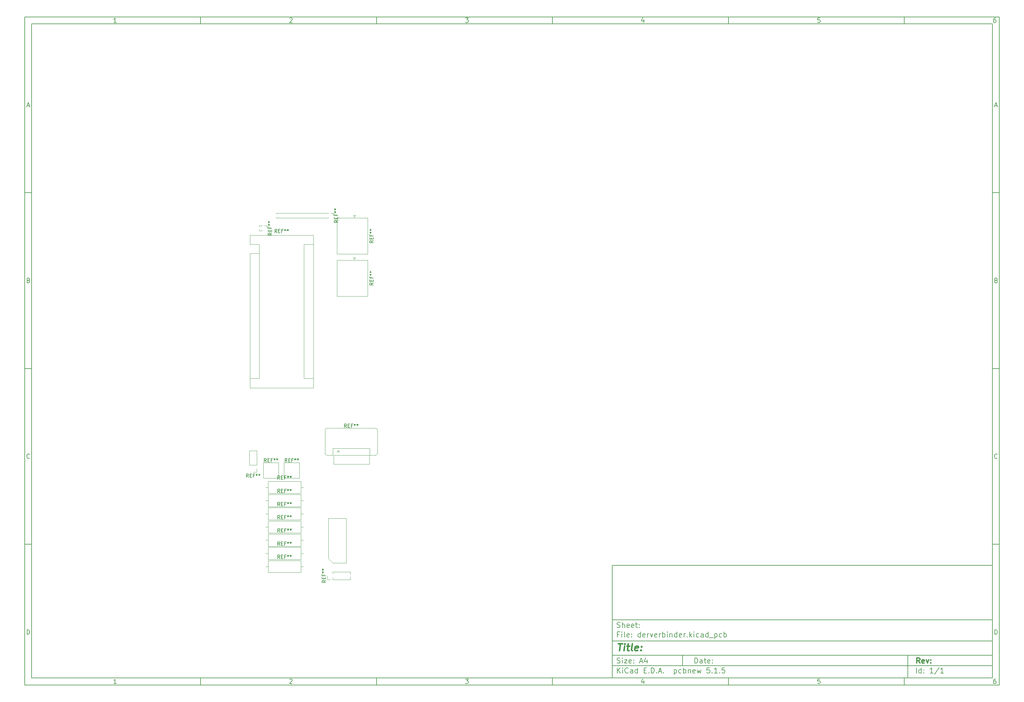
<source format=gbr>
G04 #@! TF.GenerationSoftware,KiCad,Pcbnew,5.1.5*
G04 #@! TF.CreationDate,2019-11-29T13:32:31+01:00*
G04 #@! TF.ProjectId,derverbinder,64657276-6572-4626-996e-6465722e6b69,rev?*
G04 #@! TF.SameCoordinates,Original*
G04 #@! TF.FileFunction,Legend,Top*
G04 #@! TF.FilePolarity,Positive*
%FSLAX46Y46*%
G04 Gerber Fmt 4.6, Leading zero omitted, Abs format (unit mm)*
G04 Created by KiCad (PCBNEW 5.1.5) date 2019-11-29 13:32:31*
%MOMM*%
%LPD*%
G04 APERTURE LIST*
%ADD10C,0.100000*%
%ADD11C,0.150000*%
%ADD12C,0.300000*%
%ADD13C,0.400000*%
%ADD14C,0.120000*%
G04 APERTURE END LIST*
D10*
D11*
X177002200Y-166007200D02*
X177002200Y-198007200D01*
X285002200Y-198007200D01*
X285002200Y-166007200D01*
X177002200Y-166007200D01*
D10*
D11*
X10000000Y-10000000D02*
X10000000Y-200007200D01*
X287002200Y-200007200D01*
X287002200Y-10000000D01*
X10000000Y-10000000D01*
D10*
D11*
X12000000Y-12000000D02*
X12000000Y-198007200D01*
X285002200Y-198007200D01*
X285002200Y-12000000D01*
X12000000Y-12000000D01*
D10*
D11*
X60000000Y-12000000D02*
X60000000Y-10000000D01*
D10*
D11*
X110000000Y-12000000D02*
X110000000Y-10000000D01*
D10*
D11*
X160000000Y-12000000D02*
X160000000Y-10000000D01*
D10*
D11*
X210000000Y-12000000D02*
X210000000Y-10000000D01*
D10*
D11*
X260000000Y-12000000D02*
X260000000Y-10000000D01*
D10*
D11*
X36065476Y-11588095D02*
X35322619Y-11588095D01*
X35694047Y-11588095D02*
X35694047Y-10288095D01*
X35570238Y-10473809D01*
X35446428Y-10597619D01*
X35322619Y-10659523D01*
D10*
D11*
X85322619Y-10411904D02*
X85384523Y-10350000D01*
X85508333Y-10288095D01*
X85817857Y-10288095D01*
X85941666Y-10350000D01*
X86003571Y-10411904D01*
X86065476Y-10535714D01*
X86065476Y-10659523D01*
X86003571Y-10845238D01*
X85260714Y-11588095D01*
X86065476Y-11588095D01*
D10*
D11*
X135260714Y-10288095D02*
X136065476Y-10288095D01*
X135632142Y-10783333D01*
X135817857Y-10783333D01*
X135941666Y-10845238D01*
X136003571Y-10907142D01*
X136065476Y-11030952D01*
X136065476Y-11340476D01*
X136003571Y-11464285D01*
X135941666Y-11526190D01*
X135817857Y-11588095D01*
X135446428Y-11588095D01*
X135322619Y-11526190D01*
X135260714Y-11464285D01*
D10*
D11*
X185941666Y-10721428D02*
X185941666Y-11588095D01*
X185632142Y-10226190D02*
X185322619Y-11154761D01*
X186127380Y-11154761D01*
D10*
D11*
X236003571Y-10288095D02*
X235384523Y-10288095D01*
X235322619Y-10907142D01*
X235384523Y-10845238D01*
X235508333Y-10783333D01*
X235817857Y-10783333D01*
X235941666Y-10845238D01*
X236003571Y-10907142D01*
X236065476Y-11030952D01*
X236065476Y-11340476D01*
X236003571Y-11464285D01*
X235941666Y-11526190D01*
X235817857Y-11588095D01*
X235508333Y-11588095D01*
X235384523Y-11526190D01*
X235322619Y-11464285D01*
D10*
D11*
X285941666Y-10288095D02*
X285694047Y-10288095D01*
X285570238Y-10350000D01*
X285508333Y-10411904D01*
X285384523Y-10597619D01*
X285322619Y-10845238D01*
X285322619Y-11340476D01*
X285384523Y-11464285D01*
X285446428Y-11526190D01*
X285570238Y-11588095D01*
X285817857Y-11588095D01*
X285941666Y-11526190D01*
X286003571Y-11464285D01*
X286065476Y-11340476D01*
X286065476Y-11030952D01*
X286003571Y-10907142D01*
X285941666Y-10845238D01*
X285817857Y-10783333D01*
X285570238Y-10783333D01*
X285446428Y-10845238D01*
X285384523Y-10907142D01*
X285322619Y-11030952D01*
D10*
D11*
X60000000Y-198007200D02*
X60000000Y-200007200D01*
D10*
D11*
X110000000Y-198007200D02*
X110000000Y-200007200D01*
D10*
D11*
X160000000Y-198007200D02*
X160000000Y-200007200D01*
D10*
D11*
X210000000Y-198007200D02*
X210000000Y-200007200D01*
D10*
D11*
X260000000Y-198007200D02*
X260000000Y-200007200D01*
D10*
D11*
X36065476Y-199595295D02*
X35322619Y-199595295D01*
X35694047Y-199595295D02*
X35694047Y-198295295D01*
X35570238Y-198481009D01*
X35446428Y-198604819D01*
X35322619Y-198666723D01*
D10*
D11*
X85322619Y-198419104D02*
X85384523Y-198357200D01*
X85508333Y-198295295D01*
X85817857Y-198295295D01*
X85941666Y-198357200D01*
X86003571Y-198419104D01*
X86065476Y-198542914D01*
X86065476Y-198666723D01*
X86003571Y-198852438D01*
X85260714Y-199595295D01*
X86065476Y-199595295D01*
D10*
D11*
X135260714Y-198295295D02*
X136065476Y-198295295D01*
X135632142Y-198790533D01*
X135817857Y-198790533D01*
X135941666Y-198852438D01*
X136003571Y-198914342D01*
X136065476Y-199038152D01*
X136065476Y-199347676D01*
X136003571Y-199471485D01*
X135941666Y-199533390D01*
X135817857Y-199595295D01*
X135446428Y-199595295D01*
X135322619Y-199533390D01*
X135260714Y-199471485D01*
D10*
D11*
X185941666Y-198728628D02*
X185941666Y-199595295D01*
X185632142Y-198233390D02*
X185322619Y-199161961D01*
X186127380Y-199161961D01*
D10*
D11*
X236003571Y-198295295D02*
X235384523Y-198295295D01*
X235322619Y-198914342D01*
X235384523Y-198852438D01*
X235508333Y-198790533D01*
X235817857Y-198790533D01*
X235941666Y-198852438D01*
X236003571Y-198914342D01*
X236065476Y-199038152D01*
X236065476Y-199347676D01*
X236003571Y-199471485D01*
X235941666Y-199533390D01*
X235817857Y-199595295D01*
X235508333Y-199595295D01*
X235384523Y-199533390D01*
X235322619Y-199471485D01*
D10*
D11*
X285941666Y-198295295D02*
X285694047Y-198295295D01*
X285570238Y-198357200D01*
X285508333Y-198419104D01*
X285384523Y-198604819D01*
X285322619Y-198852438D01*
X285322619Y-199347676D01*
X285384523Y-199471485D01*
X285446428Y-199533390D01*
X285570238Y-199595295D01*
X285817857Y-199595295D01*
X285941666Y-199533390D01*
X286003571Y-199471485D01*
X286065476Y-199347676D01*
X286065476Y-199038152D01*
X286003571Y-198914342D01*
X285941666Y-198852438D01*
X285817857Y-198790533D01*
X285570238Y-198790533D01*
X285446428Y-198852438D01*
X285384523Y-198914342D01*
X285322619Y-199038152D01*
D10*
D11*
X10000000Y-60000000D02*
X12000000Y-60000000D01*
D10*
D11*
X10000000Y-110000000D02*
X12000000Y-110000000D01*
D10*
D11*
X10000000Y-160000000D02*
X12000000Y-160000000D01*
D10*
D11*
X10690476Y-35216666D02*
X11309523Y-35216666D01*
X10566666Y-35588095D02*
X11000000Y-34288095D01*
X11433333Y-35588095D01*
D10*
D11*
X11092857Y-84907142D02*
X11278571Y-84969047D01*
X11340476Y-85030952D01*
X11402380Y-85154761D01*
X11402380Y-85340476D01*
X11340476Y-85464285D01*
X11278571Y-85526190D01*
X11154761Y-85588095D01*
X10659523Y-85588095D01*
X10659523Y-84288095D01*
X11092857Y-84288095D01*
X11216666Y-84350000D01*
X11278571Y-84411904D01*
X11340476Y-84535714D01*
X11340476Y-84659523D01*
X11278571Y-84783333D01*
X11216666Y-84845238D01*
X11092857Y-84907142D01*
X10659523Y-84907142D01*
D10*
D11*
X11402380Y-135464285D02*
X11340476Y-135526190D01*
X11154761Y-135588095D01*
X11030952Y-135588095D01*
X10845238Y-135526190D01*
X10721428Y-135402380D01*
X10659523Y-135278571D01*
X10597619Y-135030952D01*
X10597619Y-134845238D01*
X10659523Y-134597619D01*
X10721428Y-134473809D01*
X10845238Y-134350000D01*
X11030952Y-134288095D01*
X11154761Y-134288095D01*
X11340476Y-134350000D01*
X11402380Y-134411904D01*
D10*
D11*
X10659523Y-185588095D02*
X10659523Y-184288095D01*
X10969047Y-184288095D01*
X11154761Y-184350000D01*
X11278571Y-184473809D01*
X11340476Y-184597619D01*
X11402380Y-184845238D01*
X11402380Y-185030952D01*
X11340476Y-185278571D01*
X11278571Y-185402380D01*
X11154761Y-185526190D01*
X10969047Y-185588095D01*
X10659523Y-185588095D01*
D10*
D11*
X287002200Y-60000000D02*
X285002200Y-60000000D01*
D10*
D11*
X287002200Y-110000000D02*
X285002200Y-110000000D01*
D10*
D11*
X287002200Y-160000000D02*
X285002200Y-160000000D01*
D10*
D11*
X285692676Y-35216666D02*
X286311723Y-35216666D01*
X285568866Y-35588095D02*
X286002200Y-34288095D01*
X286435533Y-35588095D01*
D10*
D11*
X286095057Y-84907142D02*
X286280771Y-84969047D01*
X286342676Y-85030952D01*
X286404580Y-85154761D01*
X286404580Y-85340476D01*
X286342676Y-85464285D01*
X286280771Y-85526190D01*
X286156961Y-85588095D01*
X285661723Y-85588095D01*
X285661723Y-84288095D01*
X286095057Y-84288095D01*
X286218866Y-84350000D01*
X286280771Y-84411904D01*
X286342676Y-84535714D01*
X286342676Y-84659523D01*
X286280771Y-84783333D01*
X286218866Y-84845238D01*
X286095057Y-84907142D01*
X285661723Y-84907142D01*
D10*
D11*
X286404580Y-135464285D02*
X286342676Y-135526190D01*
X286156961Y-135588095D01*
X286033152Y-135588095D01*
X285847438Y-135526190D01*
X285723628Y-135402380D01*
X285661723Y-135278571D01*
X285599819Y-135030952D01*
X285599819Y-134845238D01*
X285661723Y-134597619D01*
X285723628Y-134473809D01*
X285847438Y-134350000D01*
X286033152Y-134288095D01*
X286156961Y-134288095D01*
X286342676Y-134350000D01*
X286404580Y-134411904D01*
D10*
D11*
X285661723Y-185588095D02*
X285661723Y-184288095D01*
X285971247Y-184288095D01*
X286156961Y-184350000D01*
X286280771Y-184473809D01*
X286342676Y-184597619D01*
X286404580Y-184845238D01*
X286404580Y-185030952D01*
X286342676Y-185278571D01*
X286280771Y-185402380D01*
X286156961Y-185526190D01*
X285971247Y-185588095D01*
X285661723Y-185588095D01*
D10*
D11*
X200434342Y-193785771D02*
X200434342Y-192285771D01*
X200791485Y-192285771D01*
X201005771Y-192357200D01*
X201148628Y-192500057D01*
X201220057Y-192642914D01*
X201291485Y-192928628D01*
X201291485Y-193142914D01*
X201220057Y-193428628D01*
X201148628Y-193571485D01*
X201005771Y-193714342D01*
X200791485Y-193785771D01*
X200434342Y-193785771D01*
X202577200Y-193785771D02*
X202577200Y-193000057D01*
X202505771Y-192857200D01*
X202362914Y-192785771D01*
X202077200Y-192785771D01*
X201934342Y-192857200D01*
X202577200Y-193714342D02*
X202434342Y-193785771D01*
X202077200Y-193785771D01*
X201934342Y-193714342D01*
X201862914Y-193571485D01*
X201862914Y-193428628D01*
X201934342Y-193285771D01*
X202077200Y-193214342D01*
X202434342Y-193214342D01*
X202577200Y-193142914D01*
X203077200Y-192785771D02*
X203648628Y-192785771D01*
X203291485Y-192285771D02*
X203291485Y-193571485D01*
X203362914Y-193714342D01*
X203505771Y-193785771D01*
X203648628Y-193785771D01*
X204720057Y-193714342D02*
X204577200Y-193785771D01*
X204291485Y-193785771D01*
X204148628Y-193714342D01*
X204077200Y-193571485D01*
X204077200Y-193000057D01*
X204148628Y-192857200D01*
X204291485Y-192785771D01*
X204577200Y-192785771D01*
X204720057Y-192857200D01*
X204791485Y-193000057D01*
X204791485Y-193142914D01*
X204077200Y-193285771D01*
X205434342Y-193642914D02*
X205505771Y-193714342D01*
X205434342Y-193785771D01*
X205362914Y-193714342D01*
X205434342Y-193642914D01*
X205434342Y-193785771D01*
X205434342Y-192857200D02*
X205505771Y-192928628D01*
X205434342Y-193000057D01*
X205362914Y-192928628D01*
X205434342Y-192857200D01*
X205434342Y-193000057D01*
D10*
D11*
X177002200Y-194507200D02*
X285002200Y-194507200D01*
D10*
D11*
X178434342Y-196585771D02*
X178434342Y-195085771D01*
X179291485Y-196585771D02*
X178648628Y-195728628D01*
X179291485Y-195085771D02*
X178434342Y-195942914D01*
X179934342Y-196585771D02*
X179934342Y-195585771D01*
X179934342Y-195085771D02*
X179862914Y-195157200D01*
X179934342Y-195228628D01*
X180005771Y-195157200D01*
X179934342Y-195085771D01*
X179934342Y-195228628D01*
X181505771Y-196442914D02*
X181434342Y-196514342D01*
X181220057Y-196585771D01*
X181077200Y-196585771D01*
X180862914Y-196514342D01*
X180720057Y-196371485D01*
X180648628Y-196228628D01*
X180577200Y-195942914D01*
X180577200Y-195728628D01*
X180648628Y-195442914D01*
X180720057Y-195300057D01*
X180862914Y-195157200D01*
X181077200Y-195085771D01*
X181220057Y-195085771D01*
X181434342Y-195157200D01*
X181505771Y-195228628D01*
X182791485Y-196585771D02*
X182791485Y-195800057D01*
X182720057Y-195657200D01*
X182577200Y-195585771D01*
X182291485Y-195585771D01*
X182148628Y-195657200D01*
X182791485Y-196514342D02*
X182648628Y-196585771D01*
X182291485Y-196585771D01*
X182148628Y-196514342D01*
X182077200Y-196371485D01*
X182077200Y-196228628D01*
X182148628Y-196085771D01*
X182291485Y-196014342D01*
X182648628Y-196014342D01*
X182791485Y-195942914D01*
X184148628Y-196585771D02*
X184148628Y-195085771D01*
X184148628Y-196514342D02*
X184005771Y-196585771D01*
X183720057Y-196585771D01*
X183577200Y-196514342D01*
X183505771Y-196442914D01*
X183434342Y-196300057D01*
X183434342Y-195871485D01*
X183505771Y-195728628D01*
X183577200Y-195657200D01*
X183720057Y-195585771D01*
X184005771Y-195585771D01*
X184148628Y-195657200D01*
X186005771Y-195800057D02*
X186505771Y-195800057D01*
X186720057Y-196585771D02*
X186005771Y-196585771D01*
X186005771Y-195085771D01*
X186720057Y-195085771D01*
X187362914Y-196442914D02*
X187434342Y-196514342D01*
X187362914Y-196585771D01*
X187291485Y-196514342D01*
X187362914Y-196442914D01*
X187362914Y-196585771D01*
X188077200Y-196585771D02*
X188077200Y-195085771D01*
X188434342Y-195085771D01*
X188648628Y-195157200D01*
X188791485Y-195300057D01*
X188862914Y-195442914D01*
X188934342Y-195728628D01*
X188934342Y-195942914D01*
X188862914Y-196228628D01*
X188791485Y-196371485D01*
X188648628Y-196514342D01*
X188434342Y-196585771D01*
X188077200Y-196585771D01*
X189577200Y-196442914D02*
X189648628Y-196514342D01*
X189577200Y-196585771D01*
X189505771Y-196514342D01*
X189577200Y-196442914D01*
X189577200Y-196585771D01*
X190220057Y-196157200D02*
X190934342Y-196157200D01*
X190077200Y-196585771D02*
X190577200Y-195085771D01*
X191077200Y-196585771D01*
X191577200Y-196442914D02*
X191648628Y-196514342D01*
X191577200Y-196585771D01*
X191505771Y-196514342D01*
X191577200Y-196442914D01*
X191577200Y-196585771D01*
X194577200Y-195585771D02*
X194577200Y-197085771D01*
X194577200Y-195657200D02*
X194720057Y-195585771D01*
X195005771Y-195585771D01*
X195148628Y-195657200D01*
X195220057Y-195728628D01*
X195291485Y-195871485D01*
X195291485Y-196300057D01*
X195220057Y-196442914D01*
X195148628Y-196514342D01*
X195005771Y-196585771D01*
X194720057Y-196585771D01*
X194577200Y-196514342D01*
X196577200Y-196514342D02*
X196434342Y-196585771D01*
X196148628Y-196585771D01*
X196005771Y-196514342D01*
X195934342Y-196442914D01*
X195862914Y-196300057D01*
X195862914Y-195871485D01*
X195934342Y-195728628D01*
X196005771Y-195657200D01*
X196148628Y-195585771D01*
X196434342Y-195585771D01*
X196577200Y-195657200D01*
X197220057Y-196585771D02*
X197220057Y-195085771D01*
X197220057Y-195657200D02*
X197362914Y-195585771D01*
X197648628Y-195585771D01*
X197791485Y-195657200D01*
X197862914Y-195728628D01*
X197934342Y-195871485D01*
X197934342Y-196300057D01*
X197862914Y-196442914D01*
X197791485Y-196514342D01*
X197648628Y-196585771D01*
X197362914Y-196585771D01*
X197220057Y-196514342D01*
X198577200Y-195585771D02*
X198577200Y-196585771D01*
X198577200Y-195728628D02*
X198648628Y-195657200D01*
X198791485Y-195585771D01*
X199005771Y-195585771D01*
X199148628Y-195657200D01*
X199220057Y-195800057D01*
X199220057Y-196585771D01*
X200505771Y-196514342D02*
X200362914Y-196585771D01*
X200077200Y-196585771D01*
X199934342Y-196514342D01*
X199862914Y-196371485D01*
X199862914Y-195800057D01*
X199934342Y-195657200D01*
X200077200Y-195585771D01*
X200362914Y-195585771D01*
X200505771Y-195657200D01*
X200577200Y-195800057D01*
X200577200Y-195942914D01*
X199862914Y-196085771D01*
X201077200Y-195585771D02*
X201362914Y-196585771D01*
X201648628Y-195871485D01*
X201934342Y-196585771D01*
X202220057Y-195585771D01*
X204648628Y-195085771D02*
X203934342Y-195085771D01*
X203862914Y-195800057D01*
X203934342Y-195728628D01*
X204077200Y-195657200D01*
X204434342Y-195657200D01*
X204577200Y-195728628D01*
X204648628Y-195800057D01*
X204720057Y-195942914D01*
X204720057Y-196300057D01*
X204648628Y-196442914D01*
X204577200Y-196514342D01*
X204434342Y-196585771D01*
X204077200Y-196585771D01*
X203934342Y-196514342D01*
X203862914Y-196442914D01*
X205362914Y-196442914D02*
X205434342Y-196514342D01*
X205362914Y-196585771D01*
X205291485Y-196514342D01*
X205362914Y-196442914D01*
X205362914Y-196585771D01*
X206862914Y-196585771D02*
X206005771Y-196585771D01*
X206434342Y-196585771D02*
X206434342Y-195085771D01*
X206291485Y-195300057D01*
X206148628Y-195442914D01*
X206005771Y-195514342D01*
X207505771Y-196442914D02*
X207577200Y-196514342D01*
X207505771Y-196585771D01*
X207434342Y-196514342D01*
X207505771Y-196442914D01*
X207505771Y-196585771D01*
X208934342Y-195085771D02*
X208220057Y-195085771D01*
X208148628Y-195800057D01*
X208220057Y-195728628D01*
X208362914Y-195657200D01*
X208720057Y-195657200D01*
X208862914Y-195728628D01*
X208934342Y-195800057D01*
X209005771Y-195942914D01*
X209005771Y-196300057D01*
X208934342Y-196442914D01*
X208862914Y-196514342D01*
X208720057Y-196585771D01*
X208362914Y-196585771D01*
X208220057Y-196514342D01*
X208148628Y-196442914D01*
D10*
D11*
X177002200Y-191507200D02*
X285002200Y-191507200D01*
D10*
D12*
X264411485Y-193785771D02*
X263911485Y-193071485D01*
X263554342Y-193785771D02*
X263554342Y-192285771D01*
X264125771Y-192285771D01*
X264268628Y-192357200D01*
X264340057Y-192428628D01*
X264411485Y-192571485D01*
X264411485Y-192785771D01*
X264340057Y-192928628D01*
X264268628Y-193000057D01*
X264125771Y-193071485D01*
X263554342Y-193071485D01*
X265625771Y-193714342D02*
X265482914Y-193785771D01*
X265197200Y-193785771D01*
X265054342Y-193714342D01*
X264982914Y-193571485D01*
X264982914Y-193000057D01*
X265054342Y-192857200D01*
X265197200Y-192785771D01*
X265482914Y-192785771D01*
X265625771Y-192857200D01*
X265697200Y-193000057D01*
X265697200Y-193142914D01*
X264982914Y-193285771D01*
X266197200Y-192785771D02*
X266554342Y-193785771D01*
X266911485Y-192785771D01*
X267482914Y-193642914D02*
X267554342Y-193714342D01*
X267482914Y-193785771D01*
X267411485Y-193714342D01*
X267482914Y-193642914D01*
X267482914Y-193785771D01*
X267482914Y-192857200D02*
X267554342Y-192928628D01*
X267482914Y-193000057D01*
X267411485Y-192928628D01*
X267482914Y-192857200D01*
X267482914Y-193000057D01*
D10*
D11*
X178362914Y-193714342D02*
X178577200Y-193785771D01*
X178934342Y-193785771D01*
X179077200Y-193714342D01*
X179148628Y-193642914D01*
X179220057Y-193500057D01*
X179220057Y-193357200D01*
X179148628Y-193214342D01*
X179077200Y-193142914D01*
X178934342Y-193071485D01*
X178648628Y-193000057D01*
X178505771Y-192928628D01*
X178434342Y-192857200D01*
X178362914Y-192714342D01*
X178362914Y-192571485D01*
X178434342Y-192428628D01*
X178505771Y-192357200D01*
X178648628Y-192285771D01*
X179005771Y-192285771D01*
X179220057Y-192357200D01*
X179862914Y-193785771D02*
X179862914Y-192785771D01*
X179862914Y-192285771D02*
X179791485Y-192357200D01*
X179862914Y-192428628D01*
X179934342Y-192357200D01*
X179862914Y-192285771D01*
X179862914Y-192428628D01*
X180434342Y-192785771D02*
X181220057Y-192785771D01*
X180434342Y-193785771D01*
X181220057Y-193785771D01*
X182362914Y-193714342D02*
X182220057Y-193785771D01*
X181934342Y-193785771D01*
X181791485Y-193714342D01*
X181720057Y-193571485D01*
X181720057Y-193000057D01*
X181791485Y-192857200D01*
X181934342Y-192785771D01*
X182220057Y-192785771D01*
X182362914Y-192857200D01*
X182434342Y-193000057D01*
X182434342Y-193142914D01*
X181720057Y-193285771D01*
X183077200Y-193642914D02*
X183148628Y-193714342D01*
X183077200Y-193785771D01*
X183005771Y-193714342D01*
X183077200Y-193642914D01*
X183077200Y-193785771D01*
X183077200Y-192857200D02*
X183148628Y-192928628D01*
X183077200Y-193000057D01*
X183005771Y-192928628D01*
X183077200Y-192857200D01*
X183077200Y-193000057D01*
X184862914Y-193357200D02*
X185577200Y-193357200D01*
X184720057Y-193785771D02*
X185220057Y-192285771D01*
X185720057Y-193785771D01*
X186862914Y-192785771D02*
X186862914Y-193785771D01*
X186505771Y-192214342D02*
X186148628Y-193285771D01*
X187077200Y-193285771D01*
D10*
D11*
X263434342Y-196585771D02*
X263434342Y-195085771D01*
X264791485Y-196585771D02*
X264791485Y-195085771D01*
X264791485Y-196514342D02*
X264648628Y-196585771D01*
X264362914Y-196585771D01*
X264220057Y-196514342D01*
X264148628Y-196442914D01*
X264077200Y-196300057D01*
X264077200Y-195871485D01*
X264148628Y-195728628D01*
X264220057Y-195657200D01*
X264362914Y-195585771D01*
X264648628Y-195585771D01*
X264791485Y-195657200D01*
X265505771Y-196442914D02*
X265577200Y-196514342D01*
X265505771Y-196585771D01*
X265434342Y-196514342D01*
X265505771Y-196442914D01*
X265505771Y-196585771D01*
X265505771Y-195657200D02*
X265577200Y-195728628D01*
X265505771Y-195800057D01*
X265434342Y-195728628D01*
X265505771Y-195657200D01*
X265505771Y-195800057D01*
X268148628Y-196585771D02*
X267291485Y-196585771D01*
X267720057Y-196585771D02*
X267720057Y-195085771D01*
X267577200Y-195300057D01*
X267434342Y-195442914D01*
X267291485Y-195514342D01*
X269862914Y-195014342D02*
X268577200Y-196942914D01*
X271148628Y-196585771D02*
X270291485Y-196585771D01*
X270720057Y-196585771D02*
X270720057Y-195085771D01*
X270577200Y-195300057D01*
X270434342Y-195442914D01*
X270291485Y-195514342D01*
D10*
D11*
X177002200Y-187507200D02*
X285002200Y-187507200D01*
D10*
D13*
X178714580Y-188211961D02*
X179857438Y-188211961D01*
X179036009Y-190211961D02*
X179286009Y-188211961D01*
X180274104Y-190211961D02*
X180440771Y-188878628D01*
X180524104Y-188211961D02*
X180416961Y-188307200D01*
X180500295Y-188402438D01*
X180607438Y-188307200D01*
X180524104Y-188211961D01*
X180500295Y-188402438D01*
X181107438Y-188878628D02*
X181869342Y-188878628D01*
X181476485Y-188211961D02*
X181262200Y-189926247D01*
X181333628Y-190116723D01*
X181512200Y-190211961D01*
X181702676Y-190211961D01*
X182655057Y-190211961D02*
X182476485Y-190116723D01*
X182405057Y-189926247D01*
X182619342Y-188211961D01*
X184190771Y-190116723D02*
X183988390Y-190211961D01*
X183607438Y-190211961D01*
X183428866Y-190116723D01*
X183357438Y-189926247D01*
X183452676Y-189164342D01*
X183571723Y-188973866D01*
X183774104Y-188878628D01*
X184155057Y-188878628D01*
X184333628Y-188973866D01*
X184405057Y-189164342D01*
X184381247Y-189354819D01*
X183405057Y-189545295D01*
X185155057Y-190021485D02*
X185238390Y-190116723D01*
X185131247Y-190211961D01*
X185047914Y-190116723D01*
X185155057Y-190021485D01*
X185131247Y-190211961D01*
X185286009Y-188973866D02*
X185369342Y-189069104D01*
X185262200Y-189164342D01*
X185178866Y-189069104D01*
X185286009Y-188973866D01*
X185262200Y-189164342D01*
D10*
D11*
X178934342Y-185600057D02*
X178434342Y-185600057D01*
X178434342Y-186385771D02*
X178434342Y-184885771D01*
X179148628Y-184885771D01*
X179720057Y-186385771D02*
X179720057Y-185385771D01*
X179720057Y-184885771D02*
X179648628Y-184957200D01*
X179720057Y-185028628D01*
X179791485Y-184957200D01*
X179720057Y-184885771D01*
X179720057Y-185028628D01*
X180648628Y-186385771D02*
X180505771Y-186314342D01*
X180434342Y-186171485D01*
X180434342Y-184885771D01*
X181791485Y-186314342D02*
X181648628Y-186385771D01*
X181362914Y-186385771D01*
X181220057Y-186314342D01*
X181148628Y-186171485D01*
X181148628Y-185600057D01*
X181220057Y-185457200D01*
X181362914Y-185385771D01*
X181648628Y-185385771D01*
X181791485Y-185457200D01*
X181862914Y-185600057D01*
X181862914Y-185742914D01*
X181148628Y-185885771D01*
X182505771Y-186242914D02*
X182577200Y-186314342D01*
X182505771Y-186385771D01*
X182434342Y-186314342D01*
X182505771Y-186242914D01*
X182505771Y-186385771D01*
X182505771Y-185457200D02*
X182577200Y-185528628D01*
X182505771Y-185600057D01*
X182434342Y-185528628D01*
X182505771Y-185457200D01*
X182505771Y-185600057D01*
X185005771Y-186385771D02*
X185005771Y-184885771D01*
X185005771Y-186314342D02*
X184862914Y-186385771D01*
X184577200Y-186385771D01*
X184434342Y-186314342D01*
X184362914Y-186242914D01*
X184291485Y-186100057D01*
X184291485Y-185671485D01*
X184362914Y-185528628D01*
X184434342Y-185457200D01*
X184577200Y-185385771D01*
X184862914Y-185385771D01*
X185005771Y-185457200D01*
X186291485Y-186314342D02*
X186148628Y-186385771D01*
X185862914Y-186385771D01*
X185720057Y-186314342D01*
X185648628Y-186171485D01*
X185648628Y-185600057D01*
X185720057Y-185457200D01*
X185862914Y-185385771D01*
X186148628Y-185385771D01*
X186291485Y-185457200D01*
X186362914Y-185600057D01*
X186362914Y-185742914D01*
X185648628Y-185885771D01*
X187005771Y-186385771D02*
X187005771Y-185385771D01*
X187005771Y-185671485D02*
X187077200Y-185528628D01*
X187148628Y-185457200D01*
X187291485Y-185385771D01*
X187434342Y-185385771D01*
X187791485Y-185385771D02*
X188148628Y-186385771D01*
X188505771Y-185385771D01*
X189648628Y-186314342D02*
X189505771Y-186385771D01*
X189220057Y-186385771D01*
X189077200Y-186314342D01*
X189005771Y-186171485D01*
X189005771Y-185600057D01*
X189077200Y-185457200D01*
X189220057Y-185385771D01*
X189505771Y-185385771D01*
X189648628Y-185457200D01*
X189720057Y-185600057D01*
X189720057Y-185742914D01*
X189005771Y-185885771D01*
X190362914Y-186385771D02*
X190362914Y-185385771D01*
X190362914Y-185671485D02*
X190434342Y-185528628D01*
X190505771Y-185457200D01*
X190648628Y-185385771D01*
X190791485Y-185385771D01*
X191291485Y-186385771D02*
X191291485Y-184885771D01*
X191291485Y-185457200D02*
X191434342Y-185385771D01*
X191720057Y-185385771D01*
X191862914Y-185457200D01*
X191934342Y-185528628D01*
X192005771Y-185671485D01*
X192005771Y-186100057D01*
X191934342Y-186242914D01*
X191862914Y-186314342D01*
X191720057Y-186385771D01*
X191434342Y-186385771D01*
X191291485Y-186314342D01*
X192648628Y-186385771D02*
X192648628Y-185385771D01*
X192648628Y-184885771D02*
X192577200Y-184957200D01*
X192648628Y-185028628D01*
X192720057Y-184957200D01*
X192648628Y-184885771D01*
X192648628Y-185028628D01*
X193362914Y-185385771D02*
X193362914Y-186385771D01*
X193362914Y-185528628D02*
X193434342Y-185457200D01*
X193577200Y-185385771D01*
X193791485Y-185385771D01*
X193934342Y-185457200D01*
X194005771Y-185600057D01*
X194005771Y-186385771D01*
X195362914Y-186385771D02*
X195362914Y-184885771D01*
X195362914Y-186314342D02*
X195220057Y-186385771D01*
X194934342Y-186385771D01*
X194791485Y-186314342D01*
X194720057Y-186242914D01*
X194648628Y-186100057D01*
X194648628Y-185671485D01*
X194720057Y-185528628D01*
X194791485Y-185457200D01*
X194934342Y-185385771D01*
X195220057Y-185385771D01*
X195362914Y-185457200D01*
X196648628Y-186314342D02*
X196505771Y-186385771D01*
X196220057Y-186385771D01*
X196077200Y-186314342D01*
X196005771Y-186171485D01*
X196005771Y-185600057D01*
X196077200Y-185457200D01*
X196220057Y-185385771D01*
X196505771Y-185385771D01*
X196648628Y-185457200D01*
X196720057Y-185600057D01*
X196720057Y-185742914D01*
X196005771Y-185885771D01*
X197362914Y-186385771D02*
X197362914Y-185385771D01*
X197362914Y-185671485D02*
X197434342Y-185528628D01*
X197505771Y-185457200D01*
X197648628Y-185385771D01*
X197791485Y-185385771D01*
X198291485Y-186242914D02*
X198362914Y-186314342D01*
X198291485Y-186385771D01*
X198220057Y-186314342D01*
X198291485Y-186242914D01*
X198291485Y-186385771D01*
X199005771Y-186385771D02*
X199005771Y-184885771D01*
X199148628Y-185814342D02*
X199577200Y-186385771D01*
X199577200Y-185385771D02*
X199005771Y-185957200D01*
X200220057Y-186385771D02*
X200220057Y-185385771D01*
X200220057Y-184885771D02*
X200148628Y-184957200D01*
X200220057Y-185028628D01*
X200291485Y-184957200D01*
X200220057Y-184885771D01*
X200220057Y-185028628D01*
X201577200Y-186314342D02*
X201434342Y-186385771D01*
X201148628Y-186385771D01*
X201005771Y-186314342D01*
X200934342Y-186242914D01*
X200862914Y-186100057D01*
X200862914Y-185671485D01*
X200934342Y-185528628D01*
X201005771Y-185457200D01*
X201148628Y-185385771D01*
X201434342Y-185385771D01*
X201577200Y-185457200D01*
X202862914Y-186385771D02*
X202862914Y-185600057D01*
X202791485Y-185457200D01*
X202648628Y-185385771D01*
X202362914Y-185385771D01*
X202220057Y-185457200D01*
X202862914Y-186314342D02*
X202720057Y-186385771D01*
X202362914Y-186385771D01*
X202220057Y-186314342D01*
X202148628Y-186171485D01*
X202148628Y-186028628D01*
X202220057Y-185885771D01*
X202362914Y-185814342D01*
X202720057Y-185814342D01*
X202862914Y-185742914D01*
X204220057Y-186385771D02*
X204220057Y-184885771D01*
X204220057Y-186314342D02*
X204077200Y-186385771D01*
X203791485Y-186385771D01*
X203648628Y-186314342D01*
X203577200Y-186242914D01*
X203505771Y-186100057D01*
X203505771Y-185671485D01*
X203577200Y-185528628D01*
X203648628Y-185457200D01*
X203791485Y-185385771D01*
X204077200Y-185385771D01*
X204220057Y-185457200D01*
X204577200Y-186528628D02*
X205720057Y-186528628D01*
X206077200Y-185385771D02*
X206077200Y-186885771D01*
X206077200Y-185457200D02*
X206220057Y-185385771D01*
X206505771Y-185385771D01*
X206648628Y-185457200D01*
X206720057Y-185528628D01*
X206791485Y-185671485D01*
X206791485Y-186100057D01*
X206720057Y-186242914D01*
X206648628Y-186314342D01*
X206505771Y-186385771D01*
X206220057Y-186385771D01*
X206077200Y-186314342D01*
X208077200Y-186314342D02*
X207934342Y-186385771D01*
X207648628Y-186385771D01*
X207505771Y-186314342D01*
X207434342Y-186242914D01*
X207362914Y-186100057D01*
X207362914Y-185671485D01*
X207434342Y-185528628D01*
X207505771Y-185457200D01*
X207648628Y-185385771D01*
X207934342Y-185385771D01*
X208077200Y-185457200D01*
X208720057Y-186385771D02*
X208720057Y-184885771D01*
X208720057Y-185457200D02*
X208862914Y-185385771D01*
X209148628Y-185385771D01*
X209291485Y-185457200D01*
X209362914Y-185528628D01*
X209434342Y-185671485D01*
X209434342Y-186100057D01*
X209362914Y-186242914D01*
X209291485Y-186314342D01*
X209148628Y-186385771D01*
X208862914Y-186385771D01*
X208720057Y-186314342D01*
D10*
D11*
X177002200Y-181507200D02*
X285002200Y-181507200D01*
D10*
D11*
X178362914Y-183614342D02*
X178577200Y-183685771D01*
X178934342Y-183685771D01*
X179077200Y-183614342D01*
X179148628Y-183542914D01*
X179220057Y-183400057D01*
X179220057Y-183257200D01*
X179148628Y-183114342D01*
X179077200Y-183042914D01*
X178934342Y-182971485D01*
X178648628Y-182900057D01*
X178505771Y-182828628D01*
X178434342Y-182757200D01*
X178362914Y-182614342D01*
X178362914Y-182471485D01*
X178434342Y-182328628D01*
X178505771Y-182257200D01*
X178648628Y-182185771D01*
X179005771Y-182185771D01*
X179220057Y-182257200D01*
X179862914Y-183685771D02*
X179862914Y-182185771D01*
X180505771Y-183685771D02*
X180505771Y-182900057D01*
X180434342Y-182757200D01*
X180291485Y-182685771D01*
X180077200Y-182685771D01*
X179934342Y-182757200D01*
X179862914Y-182828628D01*
X181791485Y-183614342D02*
X181648628Y-183685771D01*
X181362914Y-183685771D01*
X181220057Y-183614342D01*
X181148628Y-183471485D01*
X181148628Y-182900057D01*
X181220057Y-182757200D01*
X181362914Y-182685771D01*
X181648628Y-182685771D01*
X181791485Y-182757200D01*
X181862914Y-182900057D01*
X181862914Y-183042914D01*
X181148628Y-183185771D01*
X183077200Y-183614342D02*
X182934342Y-183685771D01*
X182648628Y-183685771D01*
X182505771Y-183614342D01*
X182434342Y-183471485D01*
X182434342Y-182900057D01*
X182505771Y-182757200D01*
X182648628Y-182685771D01*
X182934342Y-182685771D01*
X183077200Y-182757200D01*
X183148628Y-182900057D01*
X183148628Y-183042914D01*
X182434342Y-183185771D01*
X183577200Y-182685771D02*
X184148628Y-182685771D01*
X183791485Y-182185771D02*
X183791485Y-183471485D01*
X183862914Y-183614342D01*
X184005771Y-183685771D01*
X184148628Y-183685771D01*
X184648628Y-183542914D02*
X184720057Y-183614342D01*
X184648628Y-183685771D01*
X184577200Y-183614342D01*
X184648628Y-183542914D01*
X184648628Y-183685771D01*
X184648628Y-182757200D02*
X184720057Y-182828628D01*
X184648628Y-182900057D01*
X184577200Y-182828628D01*
X184648628Y-182757200D01*
X184648628Y-182900057D01*
D10*
D11*
X197002200Y-191507200D02*
X197002200Y-194507200D01*
D10*
D11*
X261002200Y-191507200D02*
X261002200Y-198007200D01*
D14*
X97790000Y-134620000D02*
X97790000Y-137160000D01*
X107950000Y-134620000D02*
X97790000Y-134620000D01*
X107950000Y-137160000D02*
X107950000Y-134620000D01*
X97790000Y-137160000D02*
X107950000Y-137160000D01*
X75990000Y-139490000D02*
X74930000Y-139490000D01*
X75990000Y-138430000D02*
X75990000Y-139490000D01*
X75990000Y-137430000D02*
X73870000Y-137430000D01*
X73870000Y-137430000D02*
X73870000Y-133370000D01*
X75990000Y-137430000D02*
X75990000Y-133370000D01*
X75990000Y-133370000D02*
X73870000Y-133370000D01*
X98760000Y-133710000D02*
X99360000Y-133710000D01*
X99060000Y-133210000D02*
X98760000Y-133710000D01*
X99360000Y-133710000D02*
X99060000Y-133210000D01*
X97570000Y-132670000D02*
X108050000Y-132670000D01*
X108050000Y-134670000D02*
X108050000Y-132670000D01*
X109660000Y-134670000D02*
X108050000Y-134670000D01*
X97570000Y-134670000D02*
X97570000Y-132670000D01*
X95960000Y-134670000D02*
X97570000Y-134670000D01*
X110270000Y-127560000D02*
X110270000Y-134060000D01*
X95350000Y-127560000D02*
X95350000Y-134060000D01*
X95960000Y-126950000D02*
X109660000Y-126950000D01*
X109660000Y-134670000D02*
G75*
G03X110270000Y-134060000I0J610000D01*
G01*
X95350000Y-134060000D02*
G75*
G03X95960000Y-134670000I610000J0D01*
G01*
X110270000Y-127560000D02*
G75*
G03X109660000Y-126950000I-610000J0D01*
G01*
X95960000Y-126950000D02*
G75*
G03X95350000Y-127560000I0J-610000D01*
G01*
X79230000Y-164580000D02*
X79230000Y-168020000D01*
X79230000Y-168020000D02*
X88470000Y-168020000D01*
X88470000Y-168020000D02*
X88470000Y-164580000D01*
X88470000Y-164580000D02*
X79230000Y-164580000D01*
X78540000Y-166300000D02*
X79230000Y-166300000D01*
X89160000Y-166300000D02*
X88470000Y-166300000D01*
X79230000Y-160830000D02*
X79230000Y-164270000D01*
X79230000Y-164270000D02*
X88470000Y-164270000D01*
X88470000Y-164270000D02*
X88470000Y-160830000D01*
X88470000Y-160830000D02*
X79230000Y-160830000D01*
X78540000Y-162550000D02*
X79230000Y-162550000D01*
X89160000Y-162550000D02*
X88470000Y-162550000D01*
X79230000Y-157080000D02*
X79230000Y-160520000D01*
X79230000Y-160520000D02*
X88470000Y-160520000D01*
X88470000Y-160520000D02*
X88470000Y-157080000D01*
X88470000Y-157080000D02*
X79230000Y-157080000D01*
X78540000Y-158800000D02*
X79230000Y-158800000D01*
X89160000Y-158800000D02*
X88470000Y-158800000D01*
X79230000Y-153330000D02*
X79230000Y-156770000D01*
X79230000Y-156770000D02*
X88470000Y-156770000D01*
X88470000Y-156770000D02*
X88470000Y-153330000D01*
X88470000Y-153330000D02*
X79230000Y-153330000D01*
X78540000Y-155050000D02*
X79230000Y-155050000D01*
X89160000Y-155050000D02*
X88470000Y-155050000D01*
X79230000Y-149580000D02*
X79230000Y-153020000D01*
X79230000Y-153020000D02*
X88470000Y-153020000D01*
X88470000Y-153020000D02*
X88470000Y-149580000D01*
X88470000Y-149580000D02*
X79230000Y-149580000D01*
X78540000Y-151300000D02*
X79230000Y-151300000D01*
X89160000Y-151300000D02*
X88470000Y-151300000D01*
X79230000Y-145830000D02*
X79230000Y-149270000D01*
X79230000Y-149270000D02*
X88470000Y-149270000D01*
X88470000Y-149270000D02*
X88470000Y-145830000D01*
X88470000Y-145830000D02*
X79230000Y-145830000D01*
X78540000Y-147550000D02*
X79230000Y-147550000D01*
X89160000Y-147550000D02*
X88470000Y-147550000D01*
X89160000Y-143800000D02*
X88470000Y-143800000D01*
X78540000Y-143800000D02*
X79230000Y-143800000D01*
X88470000Y-142080000D02*
X79230000Y-142080000D01*
X88470000Y-145520000D02*
X88470000Y-142080000D01*
X79230000Y-145520000D02*
X88470000Y-145520000D01*
X79230000Y-142080000D02*
X79230000Y-145520000D01*
X83700000Y-136800000D02*
X88100000Y-136800000D01*
X88100000Y-136800000D02*
X88100000Y-141200000D01*
X88100000Y-141200000D02*
X83700000Y-141200000D01*
X83700000Y-141200000D02*
X83700000Y-136800000D01*
X77800000Y-136800000D02*
X82200000Y-136800000D01*
X82200000Y-136800000D02*
X82200000Y-141200000D01*
X82200000Y-141200000D02*
X77800000Y-141200000D01*
X77800000Y-141200000D02*
X77800000Y-136800000D01*
X92040000Y-72060000D02*
X74000000Y-72060000D01*
X92040000Y-115500000D02*
X92040000Y-72060000D01*
X74000000Y-115500000D02*
X92040000Y-115500000D01*
X76670000Y-112830000D02*
X74000000Y-112830000D01*
X76670000Y-77270000D02*
X76670000Y-112830000D01*
X76670000Y-77270000D02*
X74000000Y-77270000D01*
X89370000Y-112830000D02*
X92040000Y-112830000D01*
X89370000Y-74730000D02*
X89370000Y-112830000D01*
X89370000Y-74730000D02*
X92040000Y-74730000D01*
X74000000Y-72060000D02*
X74000000Y-74730000D01*
X74000000Y-77270000D02*
X74000000Y-115500000D01*
X76670000Y-74730000D02*
X74000000Y-74730000D01*
X76670000Y-77270000D02*
X76670000Y-74730000D01*
X107510000Y-79190000D02*
X98790000Y-79190000D01*
X98790000Y-79190000D02*
X98790000Y-89410000D01*
X98790000Y-89410000D02*
X107510000Y-89410000D01*
X107510000Y-89410000D02*
X107510000Y-79190000D01*
X103700000Y-78990000D02*
X103400000Y-78390000D01*
X103400000Y-78390000D02*
X104000000Y-78390000D01*
X104000000Y-78390000D02*
X103700000Y-78990000D01*
X104000000Y-66390000D02*
X103700000Y-66990000D01*
X103400000Y-66390000D02*
X104000000Y-66390000D01*
X103700000Y-66990000D02*
X103400000Y-66390000D01*
X107510000Y-77410000D02*
X107510000Y-67190000D01*
X98790000Y-77410000D02*
X107510000Y-77410000D01*
X98790000Y-67190000D02*
X98790000Y-77410000D01*
X107510000Y-67190000D02*
X98790000Y-67190000D01*
X97685000Y-65805000D02*
X97685000Y-66500000D01*
X97000000Y-65805000D02*
X97685000Y-65805000D01*
X96315000Y-67108276D02*
X96315000Y-67195000D01*
X96315000Y-65805000D02*
X96315000Y-65891724D01*
X96315000Y-67195000D02*
X81440000Y-67195000D01*
X96315000Y-65805000D02*
X81440000Y-65805000D01*
X81440000Y-66894493D02*
X81440000Y-67195000D01*
X81440000Y-65805000D02*
X81440000Y-66105507D01*
X78885000Y-69405000D02*
X78885000Y-70100000D01*
X78200000Y-69405000D02*
X78885000Y-69405000D01*
X77515000Y-70708276D02*
X77515000Y-70795000D01*
X77515000Y-69405000D02*
X77515000Y-69491724D01*
X77515000Y-70795000D02*
X76640000Y-70795000D01*
X77515000Y-69405000D02*
X76640000Y-69405000D01*
X76640000Y-70494493D02*
X76640000Y-70795000D01*
X76640000Y-69405000D02*
X76640000Y-69705507D01*
X96030000Y-170020000D02*
X96030000Y-168910000D01*
X96790000Y-170020000D02*
X96030000Y-170020000D01*
X97550000Y-168346529D02*
X97550000Y-167800000D01*
X97550000Y-170020000D02*
X97550000Y-169473471D01*
X97550000Y-167800000D02*
X102565000Y-167800000D01*
X97550000Y-170020000D02*
X102565000Y-170020000D01*
X102565000Y-168602470D02*
X102565000Y-167800000D01*
X102565000Y-170020000D02*
X102565000Y-169217530D01*
X101370000Y-152610000D02*
X96290000Y-152610000D01*
X96290000Y-152610000D02*
X96290000Y-164040000D01*
X96290000Y-164040000D02*
X97560000Y-165310000D01*
X97560000Y-165310000D02*
X101370000Y-165310000D01*
X101370000Y-165310000D02*
X101370000Y-152610000D01*
D11*
X73596666Y-140942380D02*
X73263333Y-140466190D01*
X73025238Y-140942380D02*
X73025238Y-139942380D01*
X73406190Y-139942380D01*
X73501428Y-139990000D01*
X73549047Y-140037619D01*
X73596666Y-140132857D01*
X73596666Y-140275714D01*
X73549047Y-140370952D01*
X73501428Y-140418571D01*
X73406190Y-140466190D01*
X73025238Y-140466190D01*
X74025238Y-140418571D02*
X74358571Y-140418571D01*
X74501428Y-140942380D02*
X74025238Y-140942380D01*
X74025238Y-139942380D01*
X74501428Y-139942380D01*
X75263333Y-140418571D02*
X74930000Y-140418571D01*
X74930000Y-140942380D02*
X74930000Y-139942380D01*
X75406190Y-139942380D01*
X75930000Y-139942380D02*
X75930000Y-140180476D01*
X75691904Y-140085238D02*
X75930000Y-140180476D01*
X76168095Y-140085238D01*
X75787142Y-140370952D02*
X75930000Y-140180476D01*
X76072857Y-140370952D01*
X76691904Y-139942380D02*
X76691904Y-140180476D01*
X76453809Y-140085238D02*
X76691904Y-140180476D01*
X76930000Y-140085238D01*
X76549047Y-140370952D02*
X76691904Y-140180476D01*
X76834761Y-140370952D01*
X101476666Y-126762380D02*
X101143333Y-126286190D01*
X100905238Y-126762380D02*
X100905238Y-125762380D01*
X101286190Y-125762380D01*
X101381428Y-125810000D01*
X101429047Y-125857619D01*
X101476666Y-125952857D01*
X101476666Y-126095714D01*
X101429047Y-126190952D01*
X101381428Y-126238571D01*
X101286190Y-126286190D01*
X100905238Y-126286190D01*
X101905238Y-126238571D02*
X102238571Y-126238571D01*
X102381428Y-126762380D02*
X101905238Y-126762380D01*
X101905238Y-125762380D01*
X102381428Y-125762380D01*
X103143333Y-126238571D02*
X102810000Y-126238571D01*
X102810000Y-126762380D02*
X102810000Y-125762380D01*
X103286190Y-125762380D01*
X103810000Y-125762380D02*
X103810000Y-126000476D01*
X103571904Y-125905238D02*
X103810000Y-126000476D01*
X104048095Y-125905238D01*
X103667142Y-126190952D02*
X103810000Y-126000476D01*
X103952857Y-126190952D01*
X104571904Y-125762380D02*
X104571904Y-126000476D01*
X104333809Y-125905238D02*
X104571904Y-126000476D01*
X104810000Y-125905238D01*
X104429047Y-126190952D02*
X104571904Y-126000476D01*
X104714761Y-126190952D01*
X82516666Y-164032380D02*
X82183333Y-163556190D01*
X81945238Y-164032380D02*
X81945238Y-163032380D01*
X82326190Y-163032380D01*
X82421428Y-163080000D01*
X82469047Y-163127619D01*
X82516666Y-163222857D01*
X82516666Y-163365714D01*
X82469047Y-163460952D01*
X82421428Y-163508571D01*
X82326190Y-163556190D01*
X81945238Y-163556190D01*
X82945238Y-163508571D02*
X83278571Y-163508571D01*
X83421428Y-164032380D02*
X82945238Y-164032380D01*
X82945238Y-163032380D01*
X83421428Y-163032380D01*
X84183333Y-163508571D02*
X83850000Y-163508571D01*
X83850000Y-164032380D02*
X83850000Y-163032380D01*
X84326190Y-163032380D01*
X84850000Y-163032380D02*
X84850000Y-163270476D01*
X84611904Y-163175238D02*
X84850000Y-163270476D01*
X85088095Y-163175238D01*
X84707142Y-163460952D02*
X84850000Y-163270476D01*
X84992857Y-163460952D01*
X85611904Y-163032380D02*
X85611904Y-163270476D01*
X85373809Y-163175238D02*
X85611904Y-163270476D01*
X85850000Y-163175238D01*
X85469047Y-163460952D02*
X85611904Y-163270476D01*
X85754761Y-163460952D01*
X82516666Y-160282380D02*
X82183333Y-159806190D01*
X81945238Y-160282380D02*
X81945238Y-159282380D01*
X82326190Y-159282380D01*
X82421428Y-159330000D01*
X82469047Y-159377619D01*
X82516666Y-159472857D01*
X82516666Y-159615714D01*
X82469047Y-159710952D01*
X82421428Y-159758571D01*
X82326190Y-159806190D01*
X81945238Y-159806190D01*
X82945238Y-159758571D02*
X83278571Y-159758571D01*
X83421428Y-160282380D02*
X82945238Y-160282380D01*
X82945238Y-159282380D01*
X83421428Y-159282380D01*
X84183333Y-159758571D02*
X83850000Y-159758571D01*
X83850000Y-160282380D02*
X83850000Y-159282380D01*
X84326190Y-159282380D01*
X84850000Y-159282380D02*
X84850000Y-159520476D01*
X84611904Y-159425238D02*
X84850000Y-159520476D01*
X85088095Y-159425238D01*
X84707142Y-159710952D02*
X84850000Y-159520476D01*
X84992857Y-159710952D01*
X85611904Y-159282380D02*
X85611904Y-159520476D01*
X85373809Y-159425238D02*
X85611904Y-159520476D01*
X85850000Y-159425238D01*
X85469047Y-159710952D02*
X85611904Y-159520476D01*
X85754761Y-159710952D01*
X82516666Y-156532380D02*
X82183333Y-156056190D01*
X81945238Y-156532380D02*
X81945238Y-155532380D01*
X82326190Y-155532380D01*
X82421428Y-155580000D01*
X82469047Y-155627619D01*
X82516666Y-155722857D01*
X82516666Y-155865714D01*
X82469047Y-155960952D01*
X82421428Y-156008571D01*
X82326190Y-156056190D01*
X81945238Y-156056190D01*
X82945238Y-156008571D02*
X83278571Y-156008571D01*
X83421428Y-156532380D02*
X82945238Y-156532380D01*
X82945238Y-155532380D01*
X83421428Y-155532380D01*
X84183333Y-156008571D02*
X83850000Y-156008571D01*
X83850000Y-156532380D02*
X83850000Y-155532380D01*
X84326190Y-155532380D01*
X84850000Y-155532380D02*
X84850000Y-155770476D01*
X84611904Y-155675238D02*
X84850000Y-155770476D01*
X85088095Y-155675238D01*
X84707142Y-155960952D02*
X84850000Y-155770476D01*
X84992857Y-155960952D01*
X85611904Y-155532380D02*
X85611904Y-155770476D01*
X85373809Y-155675238D02*
X85611904Y-155770476D01*
X85850000Y-155675238D01*
X85469047Y-155960952D02*
X85611904Y-155770476D01*
X85754761Y-155960952D01*
X82516666Y-152782380D02*
X82183333Y-152306190D01*
X81945238Y-152782380D02*
X81945238Y-151782380D01*
X82326190Y-151782380D01*
X82421428Y-151830000D01*
X82469047Y-151877619D01*
X82516666Y-151972857D01*
X82516666Y-152115714D01*
X82469047Y-152210952D01*
X82421428Y-152258571D01*
X82326190Y-152306190D01*
X81945238Y-152306190D01*
X82945238Y-152258571D02*
X83278571Y-152258571D01*
X83421428Y-152782380D02*
X82945238Y-152782380D01*
X82945238Y-151782380D01*
X83421428Y-151782380D01*
X84183333Y-152258571D02*
X83850000Y-152258571D01*
X83850000Y-152782380D02*
X83850000Y-151782380D01*
X84326190Y-151782380D01*
X84850000Y-151782380D02*
X84850000Y-152020476D01*
X84611904Y-151925238D02*
X84850000Y-152020476D01*
X85088095Y-151925238D01*
X84707142Y-152210952D02*
X84850000Y-152020476D01*
X84992857Y-152210952D01*
X85611904Y-151782380D02*
X85611904Y-152020476D01*
X85373809Y-151925238D02*
X85611904Y-152020476D01*
X85850000Y-151925238D01*
X85469047Y-152210952D02*
X85611904Y-152020476D01*
X85754761Y-152210952D01*
X82516666Y-149032380D02*
X82183333Y-148556190D01*
X81945238Y-149032380D02*
X81945238Y-148032380D01*
X82326190Y-148032380D01*
X82421428Y-148080000D01*
X82469047Y-148127619D01*
X82516666Y-148222857D01*
X82516666Y-148365714D01*
X82469047Y-148460952D01*
X82421428Y-148508571D01*
X82326190Y-148556190D01*
X81945238Y-148556190D01*
X82945238Y-148508571D02*
X83278571Y-148508571D01*
X83421428Y-149032380D02*
X82945238Y-149032380D01*
X82945238Y-148032380D01*
X83421428Y-148032380D01*
X84183333Y-148508571D02*
X83850000Y-148508571D01*
X83850000Y-149032380D02*
X83850000Y-148032380D01*
X84326190Y-148032380D01*
X84850000Y-148032380D02*
X84850000Y-148270476D01*
X84611904Y-148175238D02*
X84850000Y-148270476D01*
X85088095Y-148175238D01*
X84707142Y-148460952D02*
X84850000Y-148270476D01*
X84992857Y-148460952D01*
X85611904Y-148032380D02*
X85611904Y-148270476D01*
X85373809Y-148175238D02*
X85611904Y-148270476D01*
X85850000Y-148175238D01*
X85469047Y-148460952D02*
X85611904Y-148270476D01*
X85754761Y-148460952D01*
X82516666Y-145282380D02*
X82183333Y-144806190D01*
X81945238Y-145282380D02*
X81945238Y-144282380D01*
X82326190Y-144282380D01*
X82421428Y-144330000D01*
X82469047Y-144377619D01*
X82516666Y-144472857D01*
X82516666Y-144615714D01*
X82469047Y-144710952D01*
X82421428Y-144758571D01*
X82326190Y-144806190D01*
X81945238Y-144806190D01*
X82945238Y-144758571D02*
X83278571Y-144758571D01*
X83421428Y-145282380D02*
X82945238Y-145282380D01*
X82945238Y-144282380D01*
X83421428Y-144282380D01*
X84183333Y-144758571D02*
X83850000Y-144758571D01*
X83850000Y-145282380D02*
X83850000Y-144282380D01*
X84326190Y-144282380D01*
X84850000Y-144282380D02*
X84850000Y-144520476D01*
X84611904Y-144425238D02*
X84850000Y-144520476D01*
X85088095Y-144425238D01*
X84707142Y-144710952D02*
X84850000Y-144520476D01*
X84992857Y-144710952D01*
X85611904Y-144282380D02*
X85611904Y-144520476D01*
X85373809Y-144425238D02*
X85611904Y-144520476D01*
X85850000Y-144425238D01*
X85469047Y-144710952D02*
X85611904Y-144520476D01*
X85754761Y-144710952D01*
X82516666Y-141532380D02*
X82183333Y-141056190D01*
X81945238Y-141532380D02*
X81945238Y-140532380D01*
X82326190Y-140532380D01*
X82421428Y-140580000D01*
X82469047Y-140627619D01*
X82516666Y-140722857D01*
X82516666Y-140865714D01*
X82469047Y-140960952D01*
X82421428Y-141008571D01*
X82326190Y-141056190D01*
X81945238Y-141056190D01*
X82945238Y-141008571D02*
X83278571Y-141008571D01*
X83421428Y-141532380D02*
X82945238Y-141532380D01*
X82945238Y-140532380D01*
X83421428Y-140532380D01*
X84183333Y-141008571D02*
X83850000Y-141008571D01*
X83850000Y-141532380D02*
X83850000Y-140532380D01*
X84326190Y-140532380D01*
X84850000Y-140532380D02*
X84850000Y-140770476D01*
X84611904Y-140675238D02*
X84850000Y-140770476D01*
X85088095Y-140675238D01*
X84707142Y-140960952D02*
X84850000Y-140770476D01*
X84992857Y-140960952D01*
X85611904Y-140532380D02*
X85611904Y-140770476D01*
X85373809Y-140675238D02*
X85611904Y-140770476D01*
X85850000Y-140675238D01*
X85469047Y-140960952D02*
X85611904Y-140770476D01*
X85754761Y-140960952D01*
X84566666Y-136554380D02*
X84233333Y-136078190D01*
X83995238Y-136554380D02*
X83995238Y-135554380D01*
X84376190Y-135554380D01*
X84471428Y-135602000D01*
X84519047Y-135649619D01*
X84566666Y-135744857D01*
X84566666Y-135887714D01*
X84519047Y-135982952D01*
X84471428Y-136030571D01*
X84376190Y-136078190D01*
X83995238Y-136078190D01*
X84995238Y-136030571D02*
X85328571Y-136030571D01*
X85471428Y-136554380D02*
X84995238Y-136554380D01*
X84995238Y-135554380D01*
X85471428Y-135554380D01*
X86233333Y-136030571D02*
X85900000Y-136030571D01*
X85900000Y-136554380D02*
X85900000Y-135554380D01*
X86376190Y-135554380D01*
X86900000Y-135554380D02*
X86900000Y-135792476D01*
X86661904Y-135697238D02*
X86900000Y-135792476D01*
X87138095Y-135697238D01*
X86757142Y-135982952D02*
X86900000Y-135792476D01*
X87042857Y-135982952D01*
X87661904Y-135554380D02*
X87661904Y-135792476D01*
X87423809Y-135697238D02*
X87661904Y-135792476D01*
X87900000Y-135697238D01*
X87519047Y-135982952D02*
X87661904Y-135792476D01*
X87804761Y-135982952D01*
X78666666Y-136554380D02*
X78333333Y-136078190D01*
X78095238Y-136554380D02*
X78095238Y-135554380D01*
X78476190Y-135554380D01*
X78571428Y-135602000D01*
X78619047Y-135649619D01*
X78666666Y-135744857D01*
X78666666Y-135887714D01*
X78619047Y-135982952D01*
X78571428Y-136030571D01*
X78476190Y-136078190D01*
X78095238Y-136078190D01*
X79095238Y-136030571D02*
X79428571Y-136030571D01*
X79571428Y-136554380D02*
X79095238Y-136554380D01*
X79095238Y-135554380D01*
X79571428Y-135554380D01*
X80333333Y-136030571D02*
X80000000Y-136030571D01*
X80000000Y-136554380D02*
X80000000Y-135554380D01*
X80476190Y-135554380D01*
X81000000Y-135554380D02*
X81000000Y-135792476D01*
X80761904Y-135697238D02*
X81000000Y-135792476D01*
X81238095Y-135697238D01*
X80857142Y-135982952D02*
X81000000Y-135792476D01*
X81142857Y-135982952D01*
X81761904Y-135554380D02*
X81761904Y-135792476D01*
X81523809Y-135697238D02*
X81761904Y-135792476D01*
X82000000Y-135697238D01*
X81619047Y-135982952D02*
X81761904Y-135792476D01*
X81904761Y-135982952D01*
X81686666Y-71372380D02*
X81353333Y-70896190D01*
X81115238Y-71372380D02*
X81115238Y-70372380D01*
X81496190Y-70372380D01*
X81591428Y-70420000D01*
X81639047Y-70467619D01*
X81686666Y-70562857D01*
X81686666Y-70705714D01*
X81639047Y-70800952D01*
X81591428Y-70848571D01*
X81496190Y-70896190D01*
X81115238Y-70896190D01*
X82115238Y-70848571D02*
X82448571Y-70848571D01*
X82591428Y-71372380D02*
X82115238Y-71372380D01*
X82115238Y-70372380D01*
X82591428Y-70372380D01*
X83353333Y-70848571D02*
X83020000Y-70848571D01*
X83020000Y-71372380D02*
X83020000Y-70372380D01*
X83496190Y-70372380D01*
X84020000Y-70372380D02*
X84020000Y-70610476D01*
X83781904Y-70515238D02*
X84020000Y-70610476D01*
X84258095Y-70515238D01*
X83877142Y-70800952D02*
X84020000Y-70610476D01*
X84162857Y-70800952D01*
X84781904Y-70372380D02*
X84781904Y-70610476D01*
X84543809Y-70515238D02*
X84781904Y-70610476D01*
X85020000Y-70515238D01*
X84639047Y-70800952D02*
X84781904Y-70610476D01*
X84924761Y-70800952D01*
X109052380Y-85633333D02*
X108576190Y-85966666D01*
X109052380Y-86204761D02*
X108052380Y-86204761D01*
X108052380Y-85823809D01*
X108100000Y-85728571D01*
X108147619Y-85680952D01*
X108242857Y-85633333D01*
X108385714Y-85633333D01*
X108480952Y-85680952D01*
X108528571Y-85728571D01*
X108576190Y-85823809D01*
X108576190Y-86204761D01*
X108528571Y-85204761D02*
X108528571Y-84871428D01*
X109052380Y-84728571D02*
X109052380Y-85204761D01*
X108052380Y-85204761D01*
X108052380Y-84728571D01*
X108528571Y-83966666D02*
X108528571Y-84300000D01*
X109052380Y-84300000D02*
X108052380Y-84300000D01*
X108052380Y-83823809D01*
X108052380Y-83300000D02*
X108290476Y-83300000D01*
X108195238Y-83538095D02*
X108290476Y-83300000D01*
X108195238Y-83061904D01*
X108480952Y-83442857D02*
X108290476Y-83300000D01*
X108480952Y-83157142D01*
X108052380Y-82538095D02*
X108290476Y-82538095D01*
X108195238Y-82776190D02*
X108290476Y-82538095D01*
X108195238Y-82300000D01*
X108480952Y-82680952D02*
X108290476Y-82538095D01*
X108480952Y-82395238D01*
X109052380Y-73633333D02*
X108576190Y-73966666D01*
X109052380Y-74204761D02*
X108052380Y-74204761D01*
X108052380Y-73823809D01*
X108100000Y-73728571D01*
X108147619Y-73680952D01*
X108242857Y-73633333D01*
X108385714Y-73633333D01*
X108480952Y-73680952D01*
X108528571Y-73728571D01*
X108576190Y-73823809D01*
X108576190Y-74204761D01*
X108528571Y-73204761D02*
X108528571Y-72871428D01*
X109052380Y-72728571D02*
X109052380Y-73204761D01*
X108052380Y-73204761D01*
X108052380Y-72728571D01*
X108528571Y-71966666D02*
X108528571Y-72300000D01*
X109052380Y-72300000D02*
X108052380Y-72300000D01*
X108052380Y-71823809D01*
X108052380Y-71300000D02*
X108290476Y-71300000D01*
X108195238Y-71538095D02*
X108290476Y-71300000D01*
X108195238Y-71061904D01*
X108480952Y-71442857D02*
X108290476Y-71300000D01*
X108480952Y-71157142D01*
X108052380Y-70538095D02*
X108290476Y-70538095D01*
X108195238Y-70776190D02*
X108290476Y-70538095D01*
X108195238Y-70300000D01*
X108480952Y-70680952D02*
X108290476Y-70538095D01*
X108480952Y-70395238D01*
X99012380Y-67833333D02*
X98536190Y-68166666D01*
X99012380Y-68404761D02*
X98012380Y-68404761D01*
X98012380Y-68023809D01*
X98060000Y-67928571D01*
X98107619Y-67880952D01*
X98202857Y-67833333D01*
X98345714Y-67833333D01*
X98440952Y-67880952D01*
X98488571Y-67928571D01*
X98536190Y-68023809D01*
X98536190Y-68404761D01*
X98488571Y-67404761D02*
X98488571Y-67071428D01*
X99012380Y-66928571D02*
X99012380Y-67404761D01*
X98012380Y-67404761D01*
X98012380Y-66928571D01*
X98488571Y-66166666D02*
X98488571Y-66500000D01*
X99012380Y-66500000D02*
X98012380Y-66500000D01*
X98012380Y-66023809D01*
X98012380Y-65500000D02*
X98250476Y-65500000D01*
X98155238Y-65738095D02*
X98250476Y-65500000D01*
X98155238Y-65261904D01*
X98440952Y-65642857D02*
X98250476Y-65500000D01*
X98440952Y-65357142D01*
X98012380Y-64738095D02*
X98250476Y-64738095D01*
X98155238Y-64976190D02*
X98250476Y-64738095D01*
X98155238Y-64500000D01*
X98440952Y-64880952D02*
X98250476Y-64738095D01*
X98440952Y-64595238D01*
X80212380Y-71433333D02*
X79736190Y-71766666D01*
X80212380Y-72004761D02*
X79212380Y-72004761D01*
X79212380Y-71623809D01*
X79260000Y-71528571D01*
X79307619Y-71480952D01*
X79402857Y-71433333D01*
X79545714Y-71433333D01*
X79640952Y-71480952D01*
X79688571Y-71528571D01*
X79736190Y-71623809D01*
X79736190Y-72004761D01*
X79688571Y-71004761D02*
X79688571Y-70671428D01*
X80212380Y-70528571D02*
X80212380Y-71004761D01*
X79212380Y-71004761D01*
X79212380Y-70528571D01*
X79688571Y-69766666D02*
X79688571Y-70100000D01*
X80212380Y-70100000D02*
X79212380Y-70100000D01*
X79212380Y-69623809D01*
X79212380Y-69100000D02*
X79450476Y-69100000D01*
X79355238Y-69338095D02*
X79450476Y-69100000D01*
X79355238Y-68861904D01*
X79640952Y-69242857D02*
X79450476Y-69100000D01*
X79640952Y-68957142D01*
X79212380Y-68338095D02*
X79450476Y-68338095D01*
X79355238Y-68576190D02*
X79450476Y-68338095D01*
X79355238Y-68100000D01*
X79640952Y-68480952D02*
X79450476Y-68338095D01*
X79640952Y-68195238D01*
X95547380Y-170243333D02*
X95071190Y-170576666D01*
X95547380Y-170814761D02*
X94547380Y-170814761D01*
X94547380Y-170433809D01*
X94595000Y-170338571D01*
X94642619Y-170290952D01*
X94737857Y-170243333D01*
X94880714Y-170243333D01*
X94975952Y-170290952D01*
X95023571Y-170338571D01*
X95071190Y-170433809D01*
X95071190Y-170814761D01*
X95023571Y-169814761D02*
X95023571Y-169481428D01*
X95547380Y-169338571D02*
X95547380Y-169814761D01*
X94547380Y-169814761D01*
X94547380Y-169338571D01*
X95023571Y-168576666D02*
X95023571Y-168910000D01*
X95547380Y-168910000D02*
X94547380Y-168910000D01*
X94547380Y-168433809D01*
X94547380Y-167910000D02*
X94785476Y-167910000D01*
X94690238Y-168148095D02*
X94785476Y-167910000D01*
X94690238Y-167671904D01*
X94975952Y-168052857D02*
X94785476Y-167910000D01*
X94975952Y-167767142D01*
X94547380Y-167148095D02*
X94785476Y-167148095D01*
X94690238Y-167386190D02*
X94785476Y-167148095D01*
X94690238Y-166910000D01*
X94975952Y-167290952D02*
X94785476Y-167148095D01*
X94975952Y-167005238D01*
M02*

</source>
